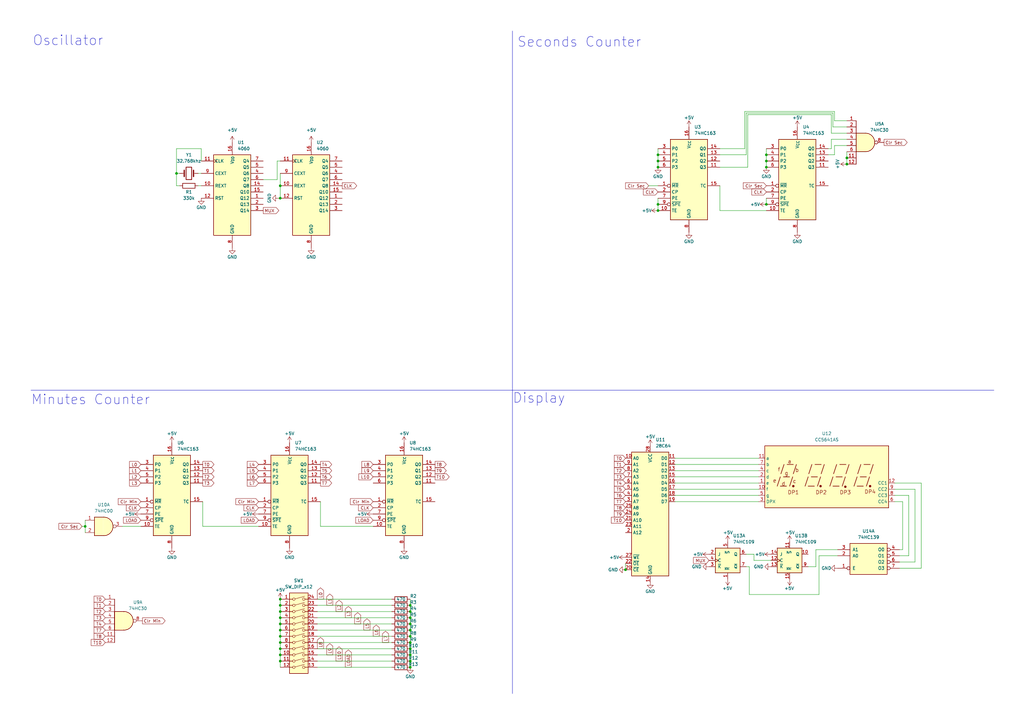
<source format=kicad_sch>
(kicad_sch (version 20230121) (generator eeschema)
  (paper "A3")
  (title_block (title "Digital Clock") (date "2024-07-25") (rev "1"))
  (lib_symbols
    (symbol "74xx:74HC00" (pin_names (offset 1.016))
      (property "Reference" "U" (at 0 1.27 0))
      (property "Value" "74HC00" (at 0 -1.27 0))
      (symbol "74HC00_1_1"
        (pin input line (at -7.62 2.54 0) (length 3.81) (name "~") (number "1"))
        (pin input line (at -7.62 -2.54 0) (length 3.81) (name "~") (number "2"))
        (pin output inverted (at 7.62 0 180) (length 3.81) (name "~") (number "3"))
      )
      (symbol "74HC00_1_2"
        (pin input inverted (at -7.62 2.54 0) (length 4.318) (name "~") (number "1"))
        (pin input inverted (at -7.62 -2.54 0) (length 4.318) (name "~") (number "2"))
        (pin output line (at 7.62 0 180) (length 3.81) (name "~") (number "3"))
      )
      (symbol "74HC00_2_1"
        (pin input line (at -7.62 2.54 0) (length 3.81) (name "~") (number "4"))
        (pin input line (at -7.62 -2.54 0) (length 3.81) (name "~") (number "5"))
        (pin output inverted (at 7.62 0 180) (length 3.81) (name "~") (number "6"))
      )
      (symbol "74HC00_2_2"
        (pin input inverted (at -7.62 2.54 0) (length 4.318) (name "~") (number "4"))
        (pin input inverted (at -7.62 -2.54 0) (length 4.318) (name "~") (number "5"))
        (pin output line (at 7.62 0 180) (length 3.81) (name "~") (number "6"))
      )
      (symbol "74HC00_3_1"
        (pin input line (at -7.62 -2.54 0) (length 3.81) (name "~") (number "10"))
        (pin output inverted (at 7.62 0 180) (length 3.81) (name "~") (number "8"))
        (pin input line (at -7.62 2.54 0) (length 3.81) (name "~") (number "9"))
      )
      (symbol "74HC00_3_2"
        (pin input inverted (at -7.62 -2.54 0) (length 4.318) (name "~") (number "10"))
        (pin output line (at 7.62 0 180) (length 3.81) (name "~") (number "8"))
        (pin input inverted (at -7.62 2.54 0) (length 4.318) (name "~") (number "9"))
      )
      (symbol "74HC00_4_1"
        (pin output inverted (at 7.62 0 180) (length 3.81) (name "~") (number "11"))
        (pin input line (at -7.62 2.54 0) (length 3.81) (name "~") (number "12"))
        (pin input line (at -7.62 -2.54 0) (length 3.81) (name "~") (number "13"))
      )
      (symbol "74HC00_4_2"
        (pin output line (at 7.62 0 180) (length 3.81) (name "~") (number "11"))
        (pin input inverted (at -7.62 2.54 0) (length 4.318) (name "~") (number "12"))
        (pin input inverted (at -7.62 -2.54 0) (length 4.318) (name "~") (number "13"))
      )
      (symbol "74HC00_5_0"
        (pin power_in line (at 0 12.7 270) (length 5.08) (name "VCC") (number "14"))
        (pin power_in line (at 0 -12.7 90) (length 5.08) (name "GND") (number "7"))
      )
    )
    (symbol "Device:Crystal" (pin_numbers hide) (pin_names (offset 1.016) hide)
      (property "Reference" "Y" (at 0 3.81 0))
      (property "Value" "Crystal" (at 0 -3.81 0))
      (symbol "Crystal_1_1"
        (pin passive line (at -3.81 0 0) (length 1.27) (name "1") (number "1"))
        (pin passive line (at 3.81 0 180) (length 1.27) (name "2") (number "2"))
      )
    )
    (symbol "Device:R" (pin_numbers hide) (pin_names (offset 0))
      (property "Reference" "R" (at 2.032 0 90))
      (property "Value" "R" (at 0 0 90))
      (symbol "R_1_1"
        (pin passive line (at 0 3.81 270) (length 1.27) (name "~") (number "1"))
        (pin passive line (at 0 -3.81 90) (length 1.27) (name "~") (number "2"))
      )
    )
    (symbol "Display_Character:CC56-12SRWA"
      (property "Reference" "U" (at -24.13 13.97 0))
      (property "Value" "CC56-12SRWA" (at 17.78 13.97 0))
      (symbol "CC56-12SRWA_0_0"
        (text "a" (at -15.24 6.35 0) (effects (font (size 1.524 1.524))))
        (text "b" (at -12.192 2.794 0) (effects (font (size 1.524 1.524))))
        (text "c" (at -13.208 -1.778 0) (effects (font (size 1.524 1.524))))
        (text "d" (at -17.78 -2.794 0) (effects (font (size 1.524 1.524))))
        (text "DP1" (at -13.716 -6.35 0) (effects (font (size 1.524 1.524))))
        (text "DP2" (at -2.286 -6.35 0) (effects (font (size 1.524 1.524))))
        (text "DP3" (at 7.62 -6.35 0) (effects (font (size 1.524 1.524))))
        (text "DP4" (at 17.78 -6.096 0) (effects (font (size 1.524 1.524))))
        (text "e" (at -21.336 -1.524 0) (effects (font (size 1.524 1.524))))
        (text "f" (at -19.558 3.048 0) (effects (font (size 1.524 1.524))))
        (text "g" (at -16.51 1.524 0) (effects (font (size 1.524 1.524))))
      )
      (symbol "CC56-12SRWA_1_1"
        (pin input line (at -27.94 -2.54 0) (length 2.54) (name "e") (number "1"))
        (pin input line (at -27.94 -5.08 0) (length 2.54) (name "f") (number "10"))
        (pin input line (at -27.94 7.62 0) (length 2.54) (name "a") (number "11"))
        (pin input line (at 27.94 -2.54 180) (length 2.54) (name "CC1") (number "12"))
        (pin input line (at -27.94 0 0) (length 2.54) (name "d") (number "2"))
        (pin input line (at -27.94 -10.16 0) (length 2.54) (name "DPX") (number "3"))
        (pin input line (at -27.94 2.54 0) (length 2.54) (name "c") (number "4"))
        (pin input line (at -27.94 -7.62 0) (length 2.54) (name "g") (number "5"))
        (pin input line (at 27.94 -10.16 180) (length 2.54) (name "CC4") (number "6"))
        (pin input line (at -27.94 5.08 0) (length 2.54) (name "b") (number "7"))
        (pin input line (at 27.94 -7.62 180) (length 2.54) (name "CC3") (number "8"))
        (pin input line (at 27.94 -5.08 180) (length 2.54) (name "CC2") (number "9"))
      )
    )
    (symbol "My_Symbols:28C64"
      (property "Reference" "U" (at -7.62 26.67 0))
      (property "Value" "28C64" (at 2.54 -26.67 0))
      (symbol "28C64_1_1"
        (pin input line (at -10.16 22.86 0) (length 2.54) (name "A0") (number "10"))
        (pin tri_state line (at 10.16 22.86 180) (length 2.54) (name "D0") (number "11"))
        (pin tri_state line (at 10.16 20.32 180) (length 2.54) (name "D1") (number "12"))
        (pin tri_state line (at 10.16 17.78 180) (length 2.54) (name "D2") (number "13"))
        (pin power_in line (at 0 -27.94 90) (length 2.54) (name "GND") (number "14"))
        (pin tri_state line (at 10.16 15.24 180) (length 2.54) (name "D3") (number "15"))
        (pin tri_state line (at 10.16 12.7 180) (length 2.54) (name "D4") (number "16"))
        (pin tri_state line (at 10.16 10.16 180) (length 2.54) (name "D5") (number "17"))
        (pin tri_state line (at 10.16 7.62 180) (length 2.54) (name "D6") (number "18"))
        (pin tri_state line (at 10.16 5.08 180) (length 2.54) (name "D7") (number "19"))
        (pin input line (at -10.16 -7.62 0) (length 2.54) (name "A12") (number "2"))
        (pin input line (at -10.16 -22.86 0) (length 2.54) (name "~{CE}") (number "20"))
        (pin input line (at -10.16 -2.54 0) (length 2.54) (name "A10") (number "21"))
        (pin input line (at -10.16 -20.32 0) (length 2.54) (name "~{OE}") (number "22"))
        (pin input line (at -10.16 -5.08 0) (length 2.54) (name "A11") (number "23"))
        (pin input line (at -10.16 0 0) (length 2.54) (name "A9") (number "24"))
        (pin input line (at -10.16 2.54 0) (length 2.54) (name "A8") (number "25"))
        (pin input line (at -10.16 -17.78 0) (length 2.54) (name "~{WE}") (number "27"))
        (pin power_in line (at 0 27.94 270) (length 2.54) (name "VCC") (number "28"))
        (pin input line (at -10.16 5.08 0) (length 2.54) (name "A7") (number "3"))
        (pin input line (at -10.16 7.62 0) (length 2.54) (name "A6") (number "4"))
        (pin input line (at -10.16 10.16 0) (length 2.54) (name "A5") (number "5"))
        (pin input line (at -10.16 12.7 0) (length 2.54) (name "A4") (number "6"))
        (pin input line (at -10.16 15.24 0) (length 2.54) (name "A3") (number "7"))
        (pin input line (at -10.16 17.78 0) (length 2.54) (name "A2") (number "8"))
        (pin input line (at -10.16 20.32 0) (length 2.54) (name "A1") (number "9"))
      )
    )
    (symbol "My_Symbols:4060"
      (property "Reference" "U" (at 2.54 21.59 0))
      (property "Value" "4060" (at 3.81 19.05 0))
      (symbol "4060_1_0"
        (pin output line (at 12.7 -1.27 180) (length 5.08) (name "Q12") (number "1"))
        (pin input line (at -12.7 3.81 0) (length 5.08) (name "REXT") (number "10"))
        (pin input clock (at -12.7 13.97 0) (length 5.08) (name "CLK") (number "11"))
        (pin input line (at -12.7 -1.27 0) (length 5.08) (name "RST") (number "12"))
        (pin output line (at 12.7 3.81 180) (length 5.08) (name "Q8") (number "14"))
        (pin output line (at 12.7 1.27 180) (length 5.08) (name "Q10") (number "15"))
        (pin power_in line (at 0 21.59 270) (length 5.08) (name "V_{DD}") (number "16"))
        (pin output line (at 12.7 -3.81 180) (length 5.08) (name "Q13") (number "2"))
        (pin output line (at 12.7 -6.35 180) (length 5.08) (name "Q14") (number "3"))
        (pin output line (at 12.7 8.89 180) (length 5.08) (name "Q6") (number "4"))
        (pin output line (at 12.7 11.43 180) (length 5.08) (name "Q5") (number "5"))
        (pin output line (at 12.7 6.35 180) (length 5.08) (name "Q7") (number "6"))
        (pin output line (at 12.7 13.97 180) (length 5.08) (name "Q4") (number "7"))
        (pin power_in line (at 0 -21.59 90) (length 5.08) (name "GND") (number "8"))
        (pin input line (at -12.7 8.89 0) (length 5.08) (name "CEXT") (number "9"))
      )
    )
    (symbol "My_Symbols:74HC109" (pin_names (offset 1.016))
      (property "Reference" "U" (at -7.62 8.89 0))
      (property "Value" "74HC109" (at -7.62 -8.89 0))
      (symbol "74HC109_1_0"
        (pin input line (at 0 -7.62 90) (length 2.54) (name "~{R}") (number "1"))
        (pin input line (at -7.62 2.54 0) (length 2.54) (name "J") (number "2"))
        (pin input line (at -7.62 -2.54 0) (length 2.54) (name "~{K}") (number "3"))
        (pin input clock (at -7.62 0 0) (length 2.54) (name "C") (number "4"))
        (pin input line (at 0 7.62 270) (length 2.54) (name "~{S}") (number "5"))
        (pin output line (at 7.62 2.54 180) (length 2.54) (name "Q") (number "6"))
        (pin output line (at 7.62 -2.54 180) (length 2.54) (name "~{Q}") (number "7"))
      )
      (symbol "74HC109_2_0"
        (pin output line (at 7.62 2.54 180) (length 2.54) (name "Q") (number "10"))
        (pin input line (at 0 7.62 270) (length 2.54) (name "~{S}") (number "11"))
        (pin input clock (at -7.62 0 0) (length 2.54) (name "C") (number "12"))
        (pin input line (at -7.62 -2.54 0) (length 2.54) (name "~{K}") (number "13"))
        (pin input line (at -7.62 2.54 0) (length 2.54) (name "J") (number "14"))
        (pin input line (at 0 -7.62 90) (length 2.54) (name "~{R}") (number "15"))
        (pin output line (at 7.62 -2.54 180) (length 2.54) (name "~{Q}") (number "9"))
      )
      (symbol "74HC109_3_0"
        (pin power_in line (at 0 10.16 270) (length 2.54) (name "VCC") (number "16"))
        (pin power_in line (at 0 -10.16 90) (length 2.54) (name "GND") (number "8"))
      )
    )
    (symbol "My_Symbols:74HC139" (pin_names (offset 1.016))
      (property "Reference" "U" (at -7.62 8.89 0))
      (property "Value" "74HC139" (at -7.62 -8.89 0))
      (symbol "74HC139_1_0"
        (pin input inverted (at -12.7 -5.08 0) (length 5.08) (name "E") (number "1"))
        (pin input line (at -12.7 0 0) (length 5.08) (name "A0") (number "2"))
        (pin input line (at -12.7 2.54 0) (length 5.08) (name "A1") (number "3"))
        (pin output inverted (at 12.7 2.54 180) (length 5.08) (name "O0") (number "4"))
        (pin output inverted (at 12.7 0 180) (length 5.08) (name "O1") (number "5"))
        (pin output inverted (at 12.7 -2.54 180) (length 5.08) (name "O2") (number "6"))
        (pin output inverted (at 12.7 -5.08 180) (length 5.08) (name "O3") (number "7"))
      )
      (symbol "74HC139_2_0"
        (pin output inverted (at 12.7 -2.54 180) (length 5.08) (name "O2") (number "10"))
        (pin output inverted (at 12.7 0 180) (length 5.08) (name "O1") (number "11"))
        (pin output inverted (at 12.7 2.54 180) (length 5.08) (name "O0") (number "12"))
        (pin input line (at -12.7 2.54 0) (length 5.08) (name "A1") (number "13"))
        (pin input line (at -12.7 0 0) (length 5.08) (name "A0") (number "14"))
        (pin input inverted (at -12.7 -5.08 0) (length 5.08) (name "E") (number "15"))
        (pin output inverted (at 12.7 -5.08 180) (length 5.08) (name "O3") (number "9"))
      )
      (symbol "74HC139_3_0"
        (pin power_in line (at 0 12.7 270) (length 5.08) (name "VCC") (number "16"))
        (pin power_in line (at 0 -12.7 90) (length 5.08) (name "GND") (number "8"))
      )
    )
    (symbol "My_Symbols:74HC163"
      (property "Reference" "U" (at 2.54 20.32 0))
      (property "Value" "74HC163" (at 6.35 17.78 0))
      (symbol "74HC163_1_1"
        (pin input inverted (at -12.7 -3.81 0) (length 5.08) (name "~{MR}") (number "1"))
        (pin input line (at -12.7 -13.97 0) (length 5.08) (name "TE") (number "10"))
        (pin output line (at 12.7 3.81 180) (length 5.08) (name "Q3") (number "11"))
        (pin output line (at 12.7 6.35 180) (length 5.08) (name "Q2") (number "12"))
        (pin output line (at 12.7 8.89 180) (length 5.08) (name "Q1") (number "13"))
        (pin output line (at 12.7 11.43 180) (length 5.08) (name "Q0") (number "14"))
        (pin output line (at 12.7 -3.81 180) (length 5.08) (name "TC") (number "15"))
        (pin power_in line (at 0 20.32 270) (length 5.08) (name "V_{CC}") (number "16"))
        (pin input line (at -12.7 -6.35 0) (length 5.08) (name "CP") (number "2"))
        (pin input line (at -12.7 11.43 0) (length 5.08) (name "P0") (number "3"))
        (pin input line (at -12.7 8.89 0) (length 5.08) (name "P1") (number "4"))
        (pin input line (at -12.7 6.35 0) (length 5.08) (name "P2") (number "5"))
        (pin input line (at -12.7 3.81 0) (length 5.08) (name "P3") (number "6"))
        (pin input line (at -12.7 -8.89 0) (length 5.08) (name "PE") (number "7"))
        (pin power_in line (at 0 -22.86 90) (length 5.08) (name "GND") (number "8"))
        (pin input inverted (at -12.7 -11.43 0) (length 5.08) (name "~{SPE}") (number "9"))
      )
    )
    (symbol "My_Symbols:74HC30" (pin_names (offset 1.016))
      (property "Reference" "U" (at 0 1.27 0))
      (property "Value" "74HC30" (at 0 -1.27 0))
      (symbol "74HC30_1_1"
        (pin input line (at -7.62 7.62 0) (length 3.81) (name "~") (number "1"))
        (pin input line (at -7.62 -7.62 0) (length 3.81) (name "~") (number "11"))
        (pin input line (at -7.62 -10.16 0) (length 3.81) (name "~") (number "12"))
        (pin input line (at -7.62 5.08 0) (length 3.81) (name "~") (number "2"))
        (pin input line (at -7.62 2.54 0) (length 3.81) (name "~") (number "3"))
        (pin input line (at -7.62 0 0) (length 3.81) (name "~") (number "4"))
        (pin input line (at -7.62 -2.54 0) (length 3.81) (name "~") (number "5"))
        (pin input line (at -7.62 -5.08 0) (length 3.81) (name "~") (number "6"))
        (pin output inverted (at 7.62 -1.27 180) (length 3.81) (name "~") (number "8"))
      )
      (symbol "74HC30_1_2"
        (pin input inverted (at -7.62 7.62 0) (length 3.81) (name "~") (number "1"))
        (pin input inverted (at -7.62 -7.62 0) (length 3.81) (name "~") (number "11"))
        (pin input inverted (at -7.62 -10.16 0) (length 3.81) (name "~") (number "12"))
        (pin input inverted (at -7.62 5.08 0) (length 3.81) (name "~") (number "2"))
        (pin input inverted (at -7.62 2.54 0) (length 4.5466) (name "~") (number "3"))
        (pin input inverted (at -7.62 0 0) (length 5.08) (name "~") (number "4"))
        (pin input inverted (at -7.62 -2.54 0) (length 4.5466) (name "~") (number "5"))
        (pin input inverted (at -7.62 -5.08 0) (length 3.81) (name "~") (number "6"))
        (pin output line (at 7.62 0 180) (length 3.81) (name "~") (number "8"))
      )
      (symbol "74HC30_2_0"
        (pin power_in line (at 0 12.7 270) (length 5.08) (name "VCC") (number "14"))
        (pin power_in line (at 0 -12.7 90) (length 5.08) (name "GND") (number "7"))
      )
    )
    (symbol "Switch:SW_DIP_x12" (pin_names (offset 0) hide)
      (property "Reference" "SW" (at 0 19.05 0))
      (property "Value" "SW_DIP_x12" (at 0 -16.51 0))
      (symbol "SW_DIP_x12_1_1"
        (pin passive line (at -7.62 15.24 0) (length 5.08) (name "~") (number "1"))
        (pin passive line (at -7.62 -7.62 0) (length 5.08) (name "~") (number "10"))
        (pin passive line (at -7.62 -10.16 0) (length 5.08) (name "~") (number "11"))
        (pin passive line (at -7.62 -12.7 0) (length 5.08) (name "~") (number "12"))
        (pin passive line (at 7.62 -12.7 180) (length 5.08) (name "~") (number "13"))
        (pin passive line (at 7.62 -10.16 180) (length 5.08) (name "~") (number "14"))
        (pin passive line (at 7.62 -7.62 180) (length 5.08) (name "~") (number "15"))
        (pin passive line (at 7.62 -5.08 180) (length 5.08) (name "~") (number "16"))
        (pin passive line (at 7.62 -2.54 180) (length 5.08) (name "~") (number "17"))
        (pin passive line (at 7.62 0 180) (length 5.08) (name "~") (number "18"))
        (pin passive line (at 7.62 2.54 180) (length 5.08) (name "~") (number "19"))
        (pin passive line (at -7.62 12.7 0) (length 5.08) (name "~") (number "2"))
        (pin passive line (at 7.62 5.08 180) (length 5.08) (name "~") (number "20"))
        (pin passive line (at 7.62 7.62 180) (length 5.08) (name "~") (number "21"))
        (pin passive line (at 7.62 10.16 180) (length 5.08) (name "~") (number "22"))
        (pin passive line (at 7.62 12.7 180) (length 5.08) (name "~") (number "23"))
        (pin passive line (at 7.62 15.24 180) (length 5.08) (name "~") (number "24"))
        (pin passive line (at -7.62 10.16 0) (length 5.08) (name "~") (number "3"))
        (pin passive line (at -7.62 7.62 0) (length 5.08) (name "~") (number "4"))
        (pin passive line (at -7.62 5.08 0) (length 5.08) (name "~") (number "5"))
        (pin passive line (at -7.62 2.54 0) (length 5.08) (name "~") (number "6"))
        (pin passive line (at -7.62 0 0) (length 5.08) (name "~") (number "7"))
        (pin passive line (at -7.62 -2.54 0) (length 5.08) (name "~") (number "8"))
        (pin passive line (at -7.62 -5.08 0) (length 5.08) (name "~") (number "9"))
      )
    )
    (symbol "power:+5V" (power) (pin_names (offset 0))
      (property "Value" "+5V" (at 0 3.556 0))
      (symbol "+5V_1_1"
        (pin power_in line (at 0 0 90) (length 0) hide (name "+5V") (number "1"))
      )
    )
    (symbol "power:GND" (power) (pin_names (offset 0))
      (property "Value" "GND" (at 0 -3.81 0))
      (symbol "GND_1_1"
        (pin power_in line (at 0 0 270) (length 0) hide (name "GND") (number "1"))
      )
    )
  )
  (junction (at 269.875 66.04))
  (junction (at 114.935 268.605))
  (junction (at 314.325 63.5))
  (junction (at 114.935 245.745))
  (junction (at 168.275 271.145))
  (junction (at 114.935 260.985))
  (junction (at 114.935 81.28))
  (junction (at 347.345 67.31))
  (junction (at 114.935 248.285))
  (junction (at 168.275 260.985))
  (junction (at 168.275 268.605))
  (junction (at 34.925 215.9))
  (junction (at 114.935 250.825))
  (junction (at 168.275 258.445))
  (junction (at 114.935 271.145))
  (junction (at 168.275 253.365))
  (junction (at 168.275 273.685))
  (junction (at 168.275 248.285))
  (junction (at 114.935 76.2))
  (junction (at 269.875 68.58))
  (junction (at 114.935 253.365))
  (junction (at 314.325 83.82))
  (junction (at 72.39 71.12))
  (junction (at 269.875 86.36))
  (junction (at 269.875 63.5))
  (junction (at 347.345 64.77))
  (junction (at 168.275 266.065))
  (junction (at 114.935 258.445))
  (junction (at 269.875 83.82))
  (junction (at 114.935 255.905))
  (junction (at 114.935 266.065))
  (junction (at 168.275 250.825))
  (junction (at 314.325 68.58))
  (junction (at 168.275 263.525))
  (junction (at 114.935 263.525))
  (junction (at 256.54 233.68))
  (junction (at 314.325 66.04))
  (junction (at 168.275 255.905))
  (wire (pts (xy 307.34 243.84) (xy 335.915 243.84)))
  (wire (pts (xy 114.935 250.825) (xy 114.935 253.365)))
  (wire (pts (xy 114.935 253.365) (xy 114.935 255.905)))
  (wire (pts (xy 334.645 225.425) (xy 343.535 225.425)))
  (wire (pts (xy 370.205 205.74) (xy 370.205 225.425)))
  (wire (pts (xy 295.275 63.5) (xy 306.07 63.5)))
  (wire (pts (xy 311.15 200.66) (xy 276.86 200.66)))
  (wire (pts (xy 82.55 60.96) (xy 72.39 60.96)))
  (wire (pts (xy 81.28 71.12) (xy 82.55 71.12)))
  (wire (pts (xy 306.07 227.33) (xy 309.245 227.33)))
  (wire (pts (xy 160.655 263.525) (xy 130.175 263.525)))
  (wire (pts (xy 340.995 57.15) (xy 347.345 57.15)))
  (wire (pts (xy 342.265 59.69) (xy 342.265 63.5)))
  (wire (pts (xy 375.285 200.66) (xy 367.03 200.66)))
  (wire (pts (xy 168.275 268.605) (xy 168.275 271.145)))
  (wire (pts (xy 72.39 71.12) (xy 73.66 71.12)))
  (wire (pts (xy 335.915 227.965) (xy 343.535 227.965)))
  (wire (pts (xy 33.655 215.9) (xy 34.925 215.9)))
  (wire (pts (xy 367.03 205.74) (xy 370.205 205.74)))
  (wire (pts (xy 114.935 248.285) (xy 114.935 250.825)))
  (wire (pts (xy 114.935 258.445) (xy 114.935 260.985)))
  (wire (pts (xy 314.325 63.5) (xy 314.325 66.04)))
  (wire (pts (xy 269.875 66.04) (xy 269.875 68.58)))
  (wire (pts (xy 368.935 233.045) (xy 377.825 233.045)))
  (wire (pts (xy 160.655 258.445) (xy 130.175 258.445)))
  (wire (pts (xy 113.665 73.66) (xy 113.665 66.04)))
  (wire (pts (xy 295.275 86.36) (xy 314.325 86.36)))
  (wire (pts (xy 256.54 231.14) (xy 256.54 233.68)))
  (wire (pts (xy 168.275 266.065) (xy 168.275 268.605)))
  (wire (pts (xy 377.825 233.045) (xy 377.825 198.12)))
  (wire (pts (xy 311.15 190.5) (xy 276.86 190.5)))
  (wire (pts (xy 82.55 66.04) (xy 82.55 60.96)))
  (wire (pts (xy 340.995 54.61) (xy 347.345 54.61)))
  (wire (pts (xy 160.655 248.285) (xy 130.175 248.285)))
  (wire (pts (xy 305.435 45.72) (xy 342.265 45.72)))
  (wire (pts (xy 311.15 187.96) (xy 276.86 187.96)))
  (wire (pts (xy 50.165 215.9) (xy 57.785 215.9)))
  (wire (pts (xy 347.345 59.69) (xy 342.265 59.69)))
  (wire (pts (xy 305.435 45.72) (xy 305.435 60.96)))
  (wire (pts (xy 114.935 255.905) (xy 114.935 258.445)))
  (wire (pts (xy 83.185 205.74) (xy 83.185 215.9)))
  (wire (pts (xy 160.655 260.985) (xy 130.175 260.985)))
  (wire (pts (xy 72.39 76.2) (xy 72.39 71.12)))
  (wire (pts (xy 372.745 203.2) (xy 372.745 227.965)))
  (wire (pts (xy 309.245 229.87) (xy 316.23 229.87)))
  (wire (pts (xy 160.655 253.365) (xy 130.175 253.365)))
  (wire (pts (xy 114.935 266.065) (xy 114.935 268.605)))
  (wire (pts (xy 131.445 205.74) (xy 131.445 215.9)))
  (wire (pts (xy 114.935 71.12) (xy 114.935 76.2)))
  (wire (pts (xy 168.275 248.285) (xy 168.275 250.825)))
  (wire (pts (xy 347.345 64.77) (xy 347.345 67.31)))
  (wire (pts (xy 370.205 225.425) (xy 368.935 225.425)))
  (wire (pts (xy 114.935 268.605) (xy 114.935 271.145)))
  (polyline (pts (xy 210.185 12.7) (xy 210.185 284.48)))
  (wire (pts (xy 314.325 81.28) (xy 314.325 83.82)))
  (wire (pts (xy 160.655 266.065) (xy 130.175 266.065)))
  (wire (pts (xy 160.655 255.905) (xy 130.175 255.905)))
  (wire (pts (xy 114.935 76.2) (xy 114.935 81.28)))
  (wire (pts (xy 375.285 230.505) (xy 375.285 200.66)))
  (wire (pts (xy 269.875 76.2) (xy 266.065 76.2)))
  (wire (pts (xy 340.995 60.96) (xy 340.995 57.15)))
  (wire (pts (xy 314.325 60.96) (xy 314.325 63.5)))
  (wire (pts (xy 309.245 227.33) (xy 309.245 229.87)))
  (wire (pts (xy 269.875 86.36) (xy 269.875 83.82)))
  (wire (pts (xy 114.935 260.985) (xy 114.935 263.525)))
  (wire (pts (xy 377.825 198.12) (xy 367.03 198.12)))
  (wire (pts (xy 311.15 203.2) (xy 276.86 203.2)))
  (wire (pts (xy 160.655 273.685) (xy 130.175 273.685)))
  (wire (pts (xy 295.275 76.2) (xy 295.275 86.36)))
  (wire (pts (xy 347.345 62.23) (xy 347.345 64.77)))
  (wire (pts (xy 168.275 258.445) (xy 168.275 260.985)))
  (wire (pts (xy 311.15 198.12) (xy 276.86 198.12)))
  (wire (pts (xy 72.39 60.96) (xy 72.39 71.12)))
  (wire (pts (xy 160.655 245.745) (xy 130.175 245.745)))
  (wire (pts (xy 114.3 81.28) (xy 114.935 81.28)))
  (wire (pts (xy 331.47 232.41) (xy 334.645 232.41)))
  (wire (pts (xy 311.15 195.58) (xy 276.86 195.58)))
  (wire (pts (xy 368.935 230.505) (xy 375.285 230.505)))
  (wire (pts (xy 81.28 76.2) (xy 82.55 76.2)))
  (wire (pts (xy 342.265 49.53) (xy 347.345 49.53)))
  (wire (pts (xy 34.925 215.9) (xy 34.925 218.44)))
  (wire (pts (xy 306.07 46.355) (xy 306.07 63.5)))
  (wire (pts (xy 339.725 63.5) (xy 342.265 63.5)))
  (wire (pts (xy 306.705 46.99) (xy 340.995 46.99)))
  (wire (pts (xy 114.935 263.525) (xy 114.935 266.065)))
  (wire (pts (xy 107.95 73.66) (xy 113.665 73.66)))
  (wire (pts (xy 335.915 243.84) (xy 335.915 227.965)))
  (wire (pts (xy 168.275 250.825) (xy 168.275 253.365)))
  (wire (pts (xy 160.655 271.145) (xy 130.175 271.145)))
  (wire (pts (xy 269.875 66.04) (xy 269.875 63.5)))
  (wire (pts (xy 306.07 232.41) (xy 307.34 232.41)))
  (wire (pts (xy 341.63 46.355) (xy 341.63 52.07)))
  (wire (pts (xy 334.645 232.41) (xy 334.645 225.425)))
  (wire (pts (xy 160.655 250.825) (xy 130.175 250.825)))
  (wire (pts (xy 306.07 46.355) (xy 341.63 46.355)))
  (wire (pts (xy 340.995 46.99) (xy 340.995 54.61)))
  (wire (pts (xy 311.15 193.04) (xy 276.86 193.04)))
  (wire (pts (xy 113.665 66.04) (xy 114.935 66.04)))
  (wire (pts (xy 306.705 46.99) (xy 306.705 68.58)))
  (wire (pts (xy 73.66 76.2) (xy 72.39 76.2)))
  (wire (pts (xy 168.275 271.145) (xy 168.275 273.685)))
  (wire (pts (xy 342.265 45.72) (xy 342.265 49.53)))
  (wire (pts (xy 168.275 255.905) (xy 168.275 258.445)))
  (wire (pts (xy 160.655 268.605) (xy 130.175 268.605)))
  (wire (pts (xy 168.275 263.525) (xy 168.275 266.065)))
  (wire (pts (xy 339.725 60.96) (xy 340.995 60.96)))
  (wire (pts (xy 372.745 227.965) (xy 368.935 227.965)))
  (wire (pts (xy 311.15 205.74) (xy 276.86 205.74)))
  (wire (pts (xy 168.275 245.745) (xy 168.275 248.285)))
  (polyline (pts (xy 12.7 160.02) (xy 407.67 160.02)))
  (wire (pts (xy 367.03 203.2) (xy 372.745 203.2)))
  (wire (pts (xy 114.935 271.145) (xy 114.935 273.685)))
  (wire (pts (xy 114.935 245.745) (xy 114.935 248.285)))
  (wire (pts (xy 295.275 60.96) (xy 305.435 60.96)))
  (wire (pts (xy 168.275 253.365) (xy 168.275 255.905)))
  (wire (pts (xy 34.925 215.9) (xy 34.925 213.36)))
  (wire (pts (xy 307.34 232.41) (xy 307.34 243.84)))
  (wire (pts (xy 131.445 215.9) (xy 153.035 215.9)))
  (wire (pts (xy 83.185 215.9) (xy 106.045 215.9)))
  (wire (pts (xy 295.275 68.58) (xy 306.705 68.58)))
  (wire (pts (xy 168.275 260.985) (xy 168.275 263.525)))
  (wire (pts (xy 269.875 83.82) (xy 269.875 81.28)))
  (wire (pts (xy 341.63 52.07) (xy 347.345 52.07)))
  (wire (pts (xy 314.325 66.04) (xy 314.325 68.58)))
  (wire (pts (xy 269.875 60.96) (xy 269.875 63.5)))
  (text "Display" (at 210.185 165.735 0) (effects (font (size 4 4)) (justify left bottom)))
  (text "Oscillator" (at 13.335 19.05 0) (effects (font (size 4 4)) (justify left bottom)))
  (text "Seconds Counter" (at 212.09 19.685 0) (effects (font (size 4 4)) (justify left bottom)))
  (text "Minutes Counter" (at 12.7 166.37 0) (effects (font (size 4 4)) (justify left bottom)))
  (global_label "L7" (shape input) (at 106.045 198.12 180) (property "Intersheetrefs" "${INTERSHEET_REFS}" (effects hide)))
  (global_label "L3" (shape input) (at 57.785 198.12 180) (property "Intersheetrefs" "${INTERSHEET_REFS}" (effects hide)))
  (global_label "T3" (shape output) (at 83.185 198.12 0) (property "Intersheetrefs" "${INTERSHEET_REFS}" (effects hide)))
  (global_label "T2" (shape input) (at 43.18 250.825 180) (property "Intersheetrefs" "${INTERSHEET_REFS}" (effects hide)))
  (global_label "L10" (shape output) (at 139.065 271.145 90) (property "Intersheetrefs" "${INTERSHEET_REFS}" (effects hide)))
  (global_label "MUX" (shape output) (at 107.95 86.36 0) (property "Intersheetrefs" "${INTERSHEET_REFS}" (effects hide)))
  (global_label "L5" (shape output) (at 150.495 258.445 90) (property "Intersheetrefs" "${INTERSHEET_REFS}" (effects hide)))
  (global_label "L2" (shape input) (at 57.785 195.58 180) (property "Intersheetrefs" "${INTERSHEET_REFS}" (effects hide)))
  (global_label "L8" (shape input) (at 153.035 190.5 180) (property "Intersheetrefs" "${INTERSHEET_REFS}" (effects hide)))
  (global_label "T3" (shape input) (at 43.18 253.365 180) (property "Intersheetrefs" "${INTERSHEET_REFS}" (effects hide)))
  (global_label "T9" (shape output) (at 178.435 193.04 0) (property "Intersheetrefs" "${INTERSHEET_REFS}" (effects hide)))
  (global_label "L3" (shape output) (at 142.875 253.365 90) (property "Intersheetrefs" "${INTERSHEET_REFS}" (effects hide)))
  (global_label "Clr Sec" (shape input) (at 314.325 76.2 180) (property "Intersheetrefs" "${INTERSHEET_REFS}" (effects hide)))
  (global_label "T7" (shape output) (at 131.445 198.12 0) (property "Intersheetrefs" "${INTERSHEET_REFS}" (effects hide)))
  (global_label "T8" (shape input) (at 256.54 208.28 180) (property "Intersheetrefs" "${INTERSHEET_REFS}" (effects hide)))
  (global_label "Clr Sec" (shape input) (at 266.065 76.2 180) (property "Intersheetrefs" "${INTERSHEET_REFS}" (effects hide)))
  (global_label "Clr Min" (shape output) (at 58.42 254.635 0) (property "Intersheetrefs" "${INTERSHEET_REFS}" (effects hide)))
  (global_label "Clr Min" (shape input) (at 153.035 205.74 180) (property "Intersheetrefs" "${INTERSHEET_REFS}" (effects hide)))
  (global_label "CLK" (shape input) (at 57.785 208.28 180) (property "Intersheetrefs" "${INTERSHEET_REFS}" (effects hide)))
  (global_label "Clr Sec" (shape input) (at 33.655 215.9 180) (property "Intersheetrefs" "${INTERSHEET_REFS}" (effects hide)))
  (global_label "Clr Min" (shape input) (at 57.785 205.74 180) (property "Intersheetrefs" "${INTERSHEET_REFS}" (effects hide)))
  (global_label "T0" (shape input) (at 256.54 187.96 180) (property "Intersheetrefs" "${INTERSHEET_REFS}" (effects hide)))
  (global_label "L5" (shape input) (at 106.045 193.04 180) (property "Intersheetrefs" "${INTERSHEET_REFS}" (effects hide)))
  (global_label "T8" (shape output) (at 178.435 190.5 0) (property "Intersheetrefs" "${INTERSHEET_REFS}" (effects hide)))
  (global_label "L6" (shape output) (at 154.305 260.985 90) (property "Intersheetrefs" "${INTERSHEET_REFS}" (effects hide)))
  (global_label "Clr Min" (shape input) (at 106.045 205.74 180) (property "Intersheetrefs" "${INTERSHEET_REFS}" (effects hide)))
  (global_label "T10" (shape input) (at 256.54 213.36 180) (property "Intersheetrefs" "${INTERSHEET_REFS}" (effects hide)))
  (global_label "Clr Sec" (shape output) (at 362.585 58.42 0) (property "Intersheetrefs" "${INTERSHEET_REFS}" (effects hide)))
  (global_label "T0" (shape input) (at 43.18 245.745 180) (property "Intersheetrefs" "${INTERSHEET_REFS}" (effects hide)))
  (global_label "T5" (shape input) (at 256.54 200.66 180) (property "Intersheetrefs" "${INTERSHEET_REFS}" (effects hide)))
  (global_label "T1" (shape output) (at 83.185 193.04 0) (property "Intersheetrefs" "${INTERSHEET_REFS}" (effects hide)))
  (global_label "T6" (shape input) (at 256.54 203.2 180) (property "Intersheetrefs" "${INTERSHEET_REFS}" (effects hide)))
  (global_label "T4" (shape output) (at 131.445 190.5 0) (property "Intersheetrefs" "${INTERSHEET_REFS}" (effects hide)))
  (global_label "L9" (shape input) (at 153.035 193.04 180) (property "Intersheetrefs" "${INTERSHEET_REFS}" (effects hide)))
  (global_label "L1" (shape input) (at 57.785 193.04 180) (property "Intersheetrefs" "${INTERSHEET_REFS}" (effects hide)))
  (global_label "LOAD" (shape input) (at 106.045 213.36 180) (property "Intersheetrefs" "${INTERSHEET_REFS}" (effects hide)))
  (global_label "L2" (shape output) (at 139.065 250.825 90) (property "Intersheetrefs" "${INTERSHEET_REFS}" (effects hide)))
  (global_label "T7" (shape input) (at 256.54 205.74 180) (property "Intersheetrefs" "${INTERSHEET_REFS}" (effects hide)))
  (global_label "T3" (shape input) (at 256.54 195.58 180) (property "Intersheetrefs" "${INTERSHEET_REFS}" (effects hide)))
  (global_label "L6" (shape input) (at 106.045 195.58 180) (property "Intersheetrefs" "${INTERSHEET_REFS}" (effects hide)))
  (global_label "L9" (shape output) (at 135.255 268.605 90) (property "Intersheetrefs" "${INTERSHEET_REFS}" (effects hide)))
  (global_label "L1" (shape output) (at 135.255 248.285 90) (property "Intersheetrefs" "${INTERSHEET_REFS}" (effects hide)))
  (global_label "T10" (shape output) (at 178.435 195.58 0) (property "Intersheetrefs" "${INTERSHEET_REFS}" (effects hide)))
  (global_label "T1" (shape input) (at 256.54 190.5 180) (property "Intersheetrefs" "${INTERSHEET_REFS}" (effects hide)))
  (global_label "LOAD" (shape output) (at 142.875 273.685 90) (property "Intersheetrefs" "${INTERSHEET_REFS}" (effects hide)))
  (global_label "T6" (shape output) (at 131.445 195.58 0) (property "Intersheetrefs" "${INTERSHEET_REFS}" (effects hide)))
  (global_label "L10" (shape input) (at 153.035 195.58 180) (property "Intersheetrefs" "${INTERSHEET_REFS}" (effects hide)))
  (global_label "T1" (shape input) (at 43.18 248.285 180) (property "Intersheetrefs" "${INTERSHEET_REFS}" (effects hide)))
  (global_label "L7" (shape output) (at 158.115 263.525 90) (property "Intersheetrefs" "${INTERSHEET_REFS}" (effects hide)))
  (global_label "CLK" (shape input) (at 269.875 78.74 180) (property "Intersheetrefs" "${INTERSHEET_REFS}" (effects hide)))
  (global_label "T0" (shape output) (at 83.185 190.5 0) (property "Intersheetrefs" "${INTERSHEET_REFS}" (effects hide)))
  (global_label "T4" (shape input) (at 256.54 198.12 180) (property "Intersheetrefs" "${INTERSHEET_REFS}" (effects hide)))
  (global_label "T10" (shape input) (at 43.18 263.525 180) (property "Intersheetrefs" "${INTERSHEET_REFS}" (effects hide)))
  (global_label "T7" (shape input) (at 43.18 258.445 180) (property "Intersheetrefs" "${INTERSHEET_REFS}" (effects hide)))
  (global_label "T2" (shape input) (at 256.54 193.04 180) (property "Intersheetrefs" "${INTERSHEET_REFS}" (effects hide)))
  (global_label "L4" (shape input) (at 106.045 190.5 180) (property "Intersheetrefs" "${INTERSHEET_REFS}" (effects hide)))
  (global_label "L4" (shape output) (at 146.685 255.905 90) (property "Intersheetrefs" "${INTERSHEET_REFS}" (effects hide)))
  (global_label "LOAD" (shape input) (at 57.785 213.36 180) (property "Intersheetrefs" "${INTERSHEET_REFS}" (effects hide)))
  (global_label "T9" (shape input) (at 256.54 210.82 180) (property "Intersheetrefs" "${INTERSHEET_REFS}" (effects hide)))
  (global_label "T4" (shape input) (at 43.18 255.905 180) (property "Intersheetrefs" "${INTERSHEET_REFS}" (effects hide)))
  (global_label "T8" (shape input) (at 43.18 260.985 180) (property "Intersheetrefs" "${INTERSHEET_REFS}" (effects hide)))
  (global_label "T2" (shape output) (at 83.185 195.58 0) (property "Intersheetrefs" "${INTERSHEET_REFS}" (effects hide)))
  (global_label "LOAD" (shape input) (at 153.035 213.36 180) (property "Intersheetrefs" "${INTERSHEET_REFS}" (effects hide)))
  (global_label "L0" (shape output) (at 131.445 245.745 90) (property "Intersheetrefs" "${INTERSHEET_REFS}" (effects hide)))
  (global_label "CLK" (shape input) (at 314.325 78.74 180) (property "Intersheetrefs" "${INTERSHEET_REFS}" (effects hide)))
  (global_label "L0" (shape input) (at 57.785 190.5 180) (property "Intersheetrefs" "${INTERSHEET_REFS}" (effects hide)))
  (global_label "MUX" (shape input) (at 290.83 229.87 180) (property "Intersheetrefs" "${INTERSHEET_REFS}" (effects hide)))
  (global_label "CLK" (shape input) (at 106.045 208.28 180) (property "Intersheetrefs" "${INTERSHEET_REFS}" (effects hide)))
  (global_label "T5" (shape output) (at 131.445 193.04 0) (property "Intersheetrefs" "${INTERSHEET_REFS}" (effects hide)))
  (global_label "L8" (shape output) (at 131.445 266.065 90) (property "Intersheetrefs" "${INTERSHEET_REFS}" (effects hide)))
  (global_label "CLK" (shape output) (at 140.335 76.2 0) (property "Intersheetrefs" "${INTERSHEET_REFS}" (effects hide)))
  (global_label "CLK" (shape input) (at 153.035 208.28 180) (property "Intersheetrefs" "${INTERSHEET_REFS}" (effects hide)))
  (symbol (lib_id "Device:R") (at 164.465 255.905 90) (unit 1)
    (property "Reference" "R6" (at 169.545 254.635 90))
    (property "Value" "470" (at 164.465 255.905 90))
  )
  (symbol (lib_id "power:+5V") (at 323.85 222.25 0) (unit 1)
    (property "Reference" "#PWR037" (effects hide))
    (property "Value" "+5V" (at 321.945 218.44 0) (effects (justify left)))
  )
  (symbol (lib_id "power:GND") (at 95.25 101.6 0) (unit 1)
    (property "Reference" "#PWR03" (effects hide))
    (property "Value" "GND" (at 95.25 105.41 0))
  )
  (symbol (lib_id "Device:R") (at 164.465 250.825 90) (unit 1)
    (property "Reference" "R4" (at 169.545 249.555 90))
    (property "Value" "470" (at 164.465 250.825 90))
  )
  (symbol (lib_id "power:GND") (at 127.635 101.6 0) (unit 1)
    (property "Reference" "#PWR04" (effects hide))
    (property "Value" "GND" (at 127.635 105.41 0))
  )
  (symbol (lib_id "Device:R") (at 164.465 260.985 90) (unit 1)
    (property "Reference" "R8" (at 169.545 259.715 90))
    (property "Value" "470" (at 164.465 260.985 90))
  )
  (symbol (lib_id "power:+5V") (at 298.45 237.49 180) (unit 1)
    (property "Reference" "#PWR035" (effects hide))
    (property "Value" "+5V" (at 300.355 241.3 0) (effects (justify left)))
  )
  (symbol (lib_id "power:+5V") (at 323.85 237.49 180) (unit 1)
    (property "Reference" "#PWR038" (effects hide))
    (property "Value" "+5V" (at 325.755 241.3 0) (effects (justify left)))
  )
  (symbol (lib_id "power:GND") (at 314.325 68.58 0) (unit 1)
    (property "Reference" "#PWR012" (effects hide))
    (property "Value" "GND" (at 314.325 72.39 0))
  )
  (symbol (lib_id "power:+5V") (at 57.785 210.82 90) (unit 1)
    (property "Reference" "#PWR024" (effects hide))
    (property "Value" "+5V" (at 55.245 210.82 90) (effects (justify left)))
  )
  (symbol (lib_id "power:GND") (at 165.735 224.79 0) (unit 1)
    (property "Reference" "#PWR020" (effects hide))
    (property "Value" "GND" (at 165.735 228.6 0))
  )
  (symbol (lib_id "power:+5V") (at 282.575 52.07 0) (unit 1)
    (property "Reference" "#PWR08" (effects hide))
    (property "Value" "+5V" (at 282.575 48.26 0))
  )
  (symbol (lib_id "power:+5V") (at 106.045 210.82 90) (unit 1)
    (property "Reference" "#PWR025" (effects hide))
    (property "Value" "+5V" (at 103.505 210.82 90) (effects (justify left)))
  )
  (symbol (lib_id "Device:R") (at 164.465 266.065 90) (unit 1)
    (property "Reference" "R10" (at 169.545 264.795 90))
    (property "Value" "470" (at 164.465 266.065 90))
  )
  (symbol (lib_id "My_Symbols:74HC109") (at 298.45 229.87 0) (unit 1)
    (property "Reference" "U13" (at 300.6441 219.71 0) (effects (justify left)))
    (property "Value" "74HC109" (at 300.6441 222.25 0) (effects (justify left)))
    (property "Datasheet" "https://www.ti.com/lit/ds/symlink/sn54hc109.pdf?ts=1722046004525&ref_url=https%253A%252F%252Fwww.google.com%252F" (effects hide))
  )
  (symbol (lib_id "Switch:SW_DIP_x12") (at 122.555 260.985 0) (unit 1)
    (property "Reference" "SW1" (at 122.555 238.125 0))
    (property "Value" "SW_DIP_x12" (at 122.555 240.665 0))
  )
  (symbol (lib_id "My_Symbols:74HC163") (at 70.485 201.93 0) (unit 1)
    (property "Reference" "U6" (at 72.6791 181.61 0) (effects (justify left)))
    (property "Value" "74HC163" (at 72.6791 184.15 0) (effects (justify left)))
    (property "Datasheet" "https://www.ti.com/lit/ds/symlink/cd74hc161.pdf?HQS=dis-dk-null-digikeymode-dsf-pf-null-wwe&ts=1721943197669&ref_url=https%253A%252F%252Fwww.ti.com%252Fgeneral%252Fdocs%252Fsuppproductinfo.tsp%253FdistId%253D10%2526gotoUrl%253Dhttps%253A%252F%252Fwww.ti.com%252Flit%252Fgpn%252Fcd74hc161" (effects hide))
  )
  (symbol (lib_id "My_Symbols:74HC163") (at 165.735 201.93 0) (unit 1)
    (property "Reference" "U8" (at 167.9291 181.61 0) (effects (justify left)))
    (property "Value" "74HC163" (at 167.9291 184.15 0) (effects (justify left)))
    (property "Datasheet" "https://www.ti.com/lit/ds/symlink/cd74hc161.pdf?HQS=dis-dk-null-digikeymode-dsf-pf-null-wwe&ts=1721943197669&ref_url=https%253A%252F%252Fwww.ti.com%252Fgeneral%252Fdocs%252Fsuppproductinfo.tsp%253FdistId%253D10%2526gotoUrl%253Dhttps%253A%252F%252Fwww.ti.com%252Flit%252Fgpn%252Fcd74hc161" (effects hide))
  )
  (symbol (lib_id "power:+5V") (at 347.345 67.31 90) (unit 1)
    (property "Reference" "#PWR017" (effects hide))
    (property "Value" "+5V" (at 343.535 67.31 0))
  )
  (symbol (lib_id "power:+5V") (at 114.935 245.745 0) (unit 1)
    (property "Reference" "#PWR015" (effects hide))
    (property "Value" "+5V" (at 114.935 241.935 0))
  )
  (symbol (lib_id "My_Symbols:74HC139") (at 356.235 227.965 0) (unit 1)
    (property "Reference" "U14" (at 356.235 217.805 0))
    (property "Value" "74HC139" (at 356.235 220.345 0))
    (property "Datasheet" "https://www.ti.com/lit/ds/symlink/sn74hc139-q1.pdf?ts=1721971737162" (effects hide))
  )
  (symbol (lib_id "power:+5V") (at 165.735 181.61 0) (unit 1)
    (property "Reference" "#PWR023" (effects hide))
    (property "Value" "+5V" (at 165.735 177.8 0))
  )
  (symbol (lib_id "power:GND") (at 269.875 68.58 0) (unit 1)
    (property "Reference" "#PWR07" (effects hide))
    (property "Value" "GND" (at 269.875 72.39 0))
  )
  (symbol (lib_id "Device:Crystal") (at 77.47 71.12 0) (unit 1)
    (property "Reference" "Y1" (at 77.47 63.5 0))
    (property "Value" "32.768khz" (at 77.47 66.04 0))
  )
  (symbol (lib_id "power:+5V") (at 316.23 227.33 90) (unit 1)
    (property "Reference" "#PWR033" (effects hide))
    (property "Value" "+5V" (at 313.69 227.33 90) (effects (justify left)))
  )
  (symbol (lib_id "power:GND") (at 114.3 81.28 270) (unit 1)
    (property "Reference" "#PWR01" (effects hide))
    (property "Value" "GND" (at 110.49 81.28 0))
  )
  (symbol (lib_id "My_Symbols:74HC30") (at 50.8 253.365 0) (unit 1)
    (property "Reference" "U9" (at 56.515 247.015 0))
    (property "Value" "74HC30" (at 56.515 249.555 0))
    (property "Datasheet" "https://www.ti.com/lit/ds/symlink/cd74hc30.pdf?ts=1721913544305" (effects hide))
  )
  (symbol (lib_id "power:+5V") (at 153.035 210.82 90) (unit 1)
    (property "Reference" "#PWR026" (effects hide))
    (property "Value" "+5V" (at 150.495 210.82 90) (effects (justify left)))
  )
  (symbol (lib_id "Device:R") (at 164.465 258.445 90) (unit 1)
    (property "Reference" "R7" (at 169.545 257.175 90))
    (property "Value" "470" (at 164.465 258.445 90))
  )
  (symbol (lib_id "Device:R") (at 164.465 273.685 90) (unit 1)
    (property "Reference" "R13" (at 169.545 272.415 90))
    (property "Value" "470" (at 164.465 273.685 90))
  )
  (symbol (lib_id "My_Symbols:74HC163") (at 282.575 72.39 0) (unit 1)
    (property "Reference" "U3" (at 284.7691 52.07 0) (effects (justify left)))
    (property "Value" "74HC163" (at 284.7691 54.61 0) (effects (justify left)))
    (property "Datasheet" "https://www.ti.com/lit/ds/symlink/cd74hc161.pdf?HQS=dis-dk-null-digikeymode-dsf-pf-null-wwe&ts=1721943197669&ref_url=https%253A%252F%252Fwww.ti.com%252Fgeneral%252Fdocs%252Fsuppproductinfo.tsp%253FdistId%253D10%2526gotoUrl%253Dhttps%253A%252F%252Fwww.ti.com%252Flit%252Fgpn%252Fcd74hc161" (effects hide))
  )
  (symbol (lib_id "power:+5V") (at 314.325 83.82 90) (unit 1)
    (property "Reference" "#PWR013" (effects hide))
    (property "Value" "+5V" (at 311.785 83.82 90) (effects (justify left)))
  )
  (symbol (lib_id "My_Symbols:74HC30") (at 354.965 57.15 0) (unit 1)
    (property "Reference" "U5" (at 360.68 50.8 0))
    (property "Value" "74HC30" (at 360.68 53.34 0))
    (property "Datasheet" "https://www.ti.com/lit/ds/symlink/cd74hc30.pdf?ts=1721913544305" (effects hide))
  )
  (symbol (lib_id "power:GND") (at 82.55 81.28 0) (unit 1)
    (property "Reference" "#PWR02" (effects hide))
    (property "Value" "GND" (at 82.55 85.09 0))
  )
  (symbol (lib_id "Device:R") (at 164.465 253.365 90) (unit 1)
    (property "Reference" "R5" (at 169.545 252.095 90))
    (property "Value" "470" (at 164.465 253.365 90))
  )
  (symbol (lib_id "power:+5V") (at 298.45 222.25 0) (unit 1)
    (property "Reference" "#PWR036" (effects hide))
    (property "Value" "+5V" (at 296.545 218.44 0) (effects (justify left)))
  )
  (symbol (lib_id "power:+5V") (at 269.875 86.36 90) (unit 1)
    (property "Reference" "#PWR014" (effects hide))
    (property "Value" "+5V" (at 267.335 86.36 90) (effects (justify left)))
  )
  (symbol (lib_id "power:+5V") (at 95.25 58.42 0) (unit 1)
    (property "Reference" "#PWR05" (effects hide))
    (property "Value" "+5V" (at 95.25 53.34 0))
  )
  (symbol (lib_id "power:GND") (at 70.485 224.79 0) (unit 1)
    (property "Reference" "#PWR018" (effects hide))
    (property "Value" "GND" (at 70.485 228.6 0))
  )
  (symbol (lib_id "Device:R") (at 164.465 268.605 90) (unit 1)
    (property "Reference" "R11" (at 169.545 267.335 90))
    (property "Value" "470" (at 164.465 268.605 90))
  )
  (symbol (lib_id "power:+5V") (at 70.485 181.61 0) (unit 1)
    (property "Reference" "#PWR021" (effects hide))
    (property "Value" "+5V" (at 70.485 177.8 0))
  )
  (symbol (lib_id "power:+5V") (at 327.025 52.07 0) (unit 1)
    (property "Reference" "#PWR09" (effects hide))
    (property "Value" "+5V" (at 327.025 48.26 0))
  )
  (symbol (lib_id "Device:R") (at 164.465 245.745 90) (unit 1)
    (property "Reference" "R2" (at 169.545 244.475 90))
    (property "Value" "470" (at 164.465 245.745 90))
  )
  (symbol (lib_id "My_Symbols:4060") (at 95.25 80.01 0) (unit 1)
    (property "Reference" "U1" (at 97.4441 58.42 0) (effects (justify left)))
    (property "Value" "4060" (at 97.4441 60.96 0) (effects (justify left)))
    (property "Datasheet" "https://www.ti.com/lit/ds/symlink/cd4060b.pdf?ts=1719853303948" (effects hide))
  )
  (symbol (lib_id "My_Symbols:28C64") (at 266.7 210.82 0) (unit 1)
    (property "Reference" "U11" (at 268.8941 180.34 0) (effects (justify left)))
    (property "Value" "28C64" (at 268.8941 182.88 0) (effects (justify left)))
    (property "Footprint" "Package_DIP:DIP-28_W15.24mm" (effects hide))
    (property "Datasheet" "https://ww1.microchip.com/downloads/en/DeviceDoc/doc0270.pdf" (effects hide))
  )
  (symbol (lib_id "My_Symbols:4060") (at 127.635 80.01 0) (unit 1)
    (property "Reference" "U2" (at 129.8291 58.42 0) (effects (justify left)))
    (property "Value" "4060" (at 129.8291 60.96 0) (effects (justify left)))
    (property "Datasheet" "https://www.ti.com/lit/ds/symlink/cd4060b.pdf?ts=1719853303948" (effects hide))
  )
  (symbol (lib_id "power:+5V") (at 127.635 58.42 0) (unit 1)
    (property "Reference" "#PWR06" (effects hide))
    (property "Value" "+5V" (at 127.635 53.34 0))
  )
  (symbol (lib_id "Device:R") (at 77.47 76.2 90) (mirror x) (unit 1)
    (property "Reference" "R1" (at 77.47 78.74 90))
    (property "Value" "330k" (at 77.47 81.28 90))
  )
  (symbol (lib_id "My_Symbols:74HC163") (at 118.745 201.93 0) (unit 1)
    (property "Reference" "U7" (at 120.9391 181.61 0) (effects (justify left)))
    (property "Value" "74HC163" (at 120.9391 184.15 0) (effects (justify left)))
    (property "Datasheet" "https://www.ti.com/lit/ds/symlink/cd74hc161.pdf?HQS=dis-dk-null-digikeymode-dsf-pf-null-wwe&ts=1721943197669&ref_url=https%253A%252F%252Fwww.ti.com%252Fgeneral%252Fdocs%252Fsuppproductinfo.tsp%253FdistId%253D10%2526gotoUrl%253Dhttps%253A%252F%252Fwww.ti.com%252Flit%252Fgpn%252Fcd74hc161" (effects hide))
  )
  (symbol (lib_id "power:GND") (at 256.54 233.68 270) (unit 1)
    (property "Reference" "#PWR029" (effects hide))
    (property "Value" "GND" (at 251.46 233.68 90))
  )
  (symbol (lib_id "Device:R") (at 164.465 271.145 90) (unit 1)
    (property "Reference" "R12" (at 169.545 269.875 90))
    (property "Value" "470" (at 164.465 271.145 90))
  )
  (symbol (lib_id "power:GND") (at 266.7 238.76 0) (unit 1)
    (property "Reference" "#PWR030" (effects hide))
    (property "Value" "GND" (at 266.7 242.57 0))
  )
  (symbol (lib_id "power:GND") (at 343.535 233.045 270) (unit 1)
    (property "Reference" "#PWR039" (effects hide))
    (property "Value" "GND" (at 340.995 233.045 90) (effects (justify right)))
  )
  (symbol (lib_id "Device:R") (at 164.465 263.525 90) (unit 1)
    (property "Reference" "R9" (at 169.545 262.255 90))
    (property "Value" "470" (at 164.465 263.525 90))
  )
  (symbol (lib_id "power:+5V") (at 266.7 182.88 0) (unit 1)
    (property "Reference" "#PWR027" (effects hide))
    (property "Value" "+5V" (at 266.7 179.07 0))
  )
  (symbol (lib_id "74xx:74HC00") (at 42.545 215.9 0) (unit 1)
    (property "Reference" "U10" (at 42.5367 207.01 0))
    (property "Value" "74HC00" (at 42.5367 209.55 0))
    (property "Footprint" "Package_DIP:DIP-14_W7.62mm" (effects hide))
    (property "Datasheet" "http://www.ti.com/lit/gpn/sn74hc00" (effects hide))
  )
  (symbol (lib_id "power:GND") (at 327.025 95.25 0) (unit 1)
    (property "Reference" "#PWR011" (effects hide))
    (property "Value" "GND" (at 327.025 99.06 0))
  )
  (symbol (lib_id "My_Symbols:74HC163") (at 327.025 72.39 0) (unit 1)
    (property "Reference" "U4" (at 329.2191 52.07 0) (effects (justify left)))
    (property "Value" "74HC163" (at 329.2191 54.61 0) (effects (justify left)))
    (property "Datasheet" "https://www.ti.com/lit/ds/symlink/cd74hc161.pdf?HQS=dis-dk-null-digikeymode-dsf-pf-null-wwe&ts=1721943197669&ref_url=https%253A%252F%252Fwww.ti.com%252Fgeneral%252Fdocs%252Fsuppproductinfo.tsp%253FdistId%253D10%2526gotoUrl%253Dhttps%253A%252F%252Fwww.ti.com%252Flit%252Fgpn%252Fcd74hc161" (effects hide))
  )
  (symbol (lib_id "power:GND") (at 316.23 232.41 270) (unit 1)
    (property "Reference" "#PWR034" (effects hide))
    (property "Value" "GND" (at 311.15 232.41 90))
  )
  (symbol (lib_id "power:GND") (at 290.83 232.41 270) (unit 1)
    (property "Reference" "#PWR032" (effects hide))
    (property "Value" "GND" (at 285.75 232.41 90))
  )
  (symbol (lib_id "Device:R") (at 164.465 248.285 90) (unit 1)
    (property "Reference" "R3" (at 169.545 247.015 90))
    (property "Value" "470" (at 164.465 248.285 90))
  )
  (symbol (lib_id "My_Symbols:74HC109") (at 323.85 229.87 0) (unit 2)
    (property "Reference" "U13" (at 326.0441 219.71 0) (effects (justify left)))
    (property "Value" "74HC109" (at 326.0441 222.25 0) (effects (justify left)))
    (property "Datasheet" "https://www.ti.com/lit/ds/symlink/sn54hc109.pdf?ts=1722046004525&ref_url=https%253A%252F%252Fwww.google.com%252F" (effects hide))
  )
  (symbol (lib_id "power:GND") (at 282.575 95.25 0) (unit 1)
    (property "Reference" "#PWR010" (effects hide))
    (property "Value" "GND" (at 282.575 99.06 0))
  )
  (symbol (lib_id "Display_Character:CC56-12SRWA") (at 339.09 195.58 0) (unit 1)
    (property "Reference" "U12" (at 339.09 177.8 0))
    (property "Value" "CC5641AS" (at 339.09 180.34 0))
    (property "Footprint" "Display_7Segment:CA56-12SRWA" (effects hide))
    (property "Datasheet" "http://www.kingbrightusa.com/images/catalog/SPEC/CC56-12SRWA.pdf" (effects hide))
  )
  (symbol (lib_id "power:+5V") (at 256.54 228.6 90) (unit 1)
    (property "Reference" "#PWR028" (effects hide))
    (property "Value" "+5V" (at 254 228.6 90) (effects (justify left)))
  )
  (symbol (lib_id "power:GND") (at 168.275 273.685 0) (unit 1)
    (property "Reference" "#PWR016" (effects hide))
    (property "Value" "GND" (at 168.275 277.495 0))
  )
  (symbol (lib_id "power:+5V") (at 118.745 181.61 0) (unit 1)
    (property "Reference" "#PWR022" (effects hide))
    (property "Value" "+5V" (at 118.745 177.8 0))
  )
  (symbol (lib_id "power:GND") (at 118.745 224.79 0) (unit 1)
    (property "Reference" "#PWR019" (effects hide))
    (property "Value" "GND" (at 118.745 228.6 0))
  )
  (symbol (lib_id "power:+5V") (at 290.83 227.33 90) (unit 1)
    (property "Reference" "#PWR031" (effects hide))
    (property "Value" "+5V" (at 288.29 227.33 90) (effects (justify left)))
  )
)
</source>
